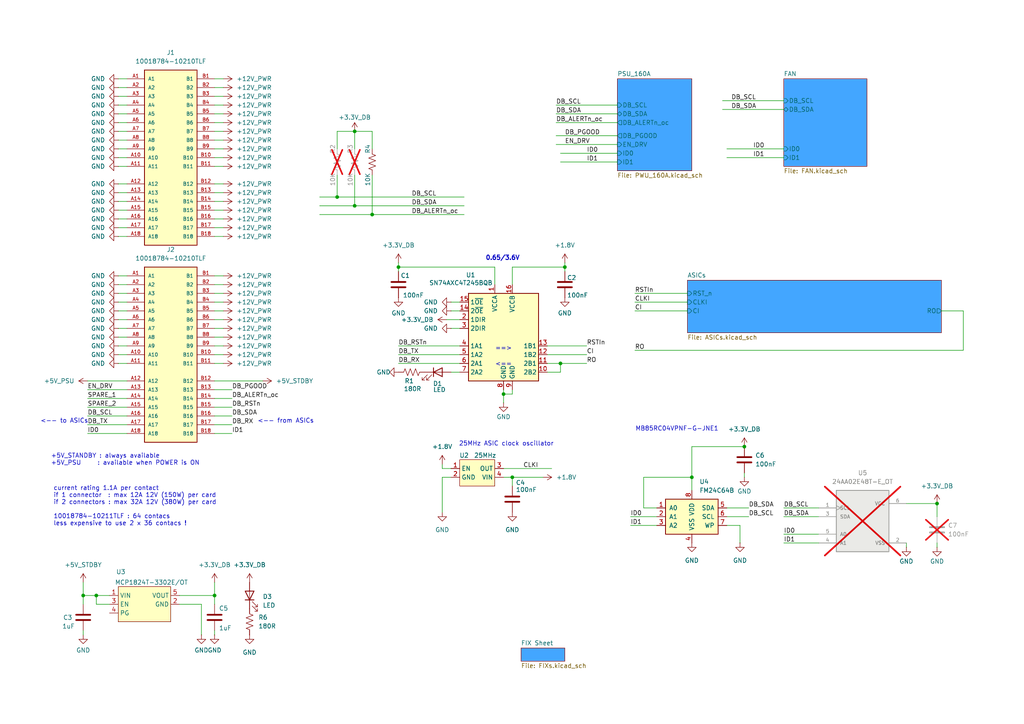
<source format=kicad_sch>
(kicad_sch (version 20231120) (generator "eeschema") (generator_version "8.0")
  (paper "A4")
  (lib_symbols
    (symbol "10018784-10210TLF:10018784-10210TLF" (pin_names (offset 1.016))
      (property "Reference" "J" (at -7.6109 26.1679 0))
      (property "Value" "10018784-10210TLF" (at -7.6106 -28.0246 0))
      (symbol "10018784-10210TLF_0_0"
        (rectangle (start -7.62 -25.4) (end 7.62 25.4) (stroke (width 0.254)) (fill (type background)))
        (pin passive line (at -12.7 22.86 0) (length 5.08) (name "A1") (number "A1"))
        (pin passive line (at -12.7 0 0) (length 5.08) (name "A10") (number "A10"))
        (pin passive line (at -12.7 -2.54 0) (length 5.08) (name "A11") (number "A11"))
        (pin passive line (at -12.7 -7.62 0) (length 5.08) (name "A12") (number "A12"))
        (pin passive line (at -12.7 -10.16 0) (length 5.08) (name "A13") (number "A13"))
        (pin passive line (at -12.7 -12.7 0) (length 5.08) (name "A14") (number "A14"))
        (pin passive line (at -12.7 -15.24 0) (length 5.08) (name "A15") (number "A15"))
        (pin passive line (at -12.7 -17.78 0) (length 5.08) (name "A16") (number "A16"))
        (pin passive line (at -12.7 -20.32 0) (length 5.08) (name "A17") (number "A17"))
        (pin passive line (at -12.7 -22.86 0) (length 5.08) (name "A18") (number "A18"))
        (pin passive line (at -12.7 20.32 0) (length 5.08) (name "A2") (number "A2"))
        (pin passive line (at -12.7 17.78 0) (length 5.08) (name "A3") (number "A3"))
        (pin passive line (at -12.7 15.24 0) (length 5.08) (name "A4") (number "A4"))
        (pin passive line (at -12.7 12.7 0) (length 5.08) (name "A5") (number "A5"))
        (pin passive line (at -12.7 10.16 0) (length 5.08) (name "A6") (number "A6"))
        (pin passive line (at -12.7 7.62 0) (length 5.08) (name "A7") (number "A7"))
        (pin passive line (at -12.7 5.08 0) (length 5.08) (name "A8") (number "A8"))
        (pin passive line (at -12.7 2.54 0) (length 5.08) (name "A9") (number "A9"))
        (pin passive line (at 12.7 22.86 180) (length 5.08) (name "B1") (number "B1"))
        (pin passive line (at 12.7 0 180) (length 5.08) (name "B10") (number "B10"))
        (pin passive line (at 12.7 -2.54 180) (length 5.08) (name "B11") (number "B11"))
        (pin passive line (at 12.7 -7.62 180) (length 5.08) (name "B12") (number "B12"))
        (pin passive line (at 12.7 -10.16 180) (length 5.08) (name "B13") (number "B13"))
        (pin passive line (at 12.7 -12.7 180) (length 5.08) (name "B14") (number "B14"))
        (pin passive line (at 12.7 -15.24 180) (length 5.08) (name "B15") (number "B15"))
        (pin passive line (at 12.7 -17.78 180) (length 5.08) (name "B16") (number "B16"))
        (pin passive line (at 12.7 -20.32 180) (length 5.08) (name "B17") (number "B17"))
        (pin passive line (at 12.7 -22.86 180) (length 5.08) (name "B18") (number "B18"))
        (pin passive line (at 12.7 20.32 180) (length 5.08) (name "B2") (number "B2"))
        (pin passive line (at 12.7 17.78 180) (length 5.08) (name "B3") (number "B3"))
        (pin passive line (at 12.7 15.24 180) (length 5.08) (name "B4") (number "B4"))
        (pin passive line (at 12.7 12.7 180) (length 5.08) (name "B5") (number "B5"))
        (pin passive line (at 12.7 10.16 180) (length 5.08) (name "B6") (number "B6"))
        (pin passive line (at 12.7 7.62 180) (length 5.08) (name "B7") (number "B7"))
        (pin passive line (at 12.7 5.08 180) (length 5.08) (name "B8") (number "B8"))
        (pin passive line (at 12.7 2.54 180) (length 5.08) (name "B9") (number "B9"))
      )
    )
    (symbol "24AA025E48T-E_OT_1" (pin_names (offset 1.016))
      (property "Reference" "U" (at -7.62 10.668 0))
      (property "Value" "24AA025E48T-E_OT" (at -7.62 -10.16 0))
      (symbol "24AA025E48T-E_OT_1_0_0"
        (rectangle (start -7.62 -7.62) (end 7.62 10.16) (stroke (width 0.254)) (fill (type background)))
        (pin input clock (at -12.7 5.08 0) (length 5.08) (name "SCL") (number "1"))
        (pin bidirectional line (at -12.7 2.54 0) (length 5.08) (name "SDA") (number "3"))
        (pin input line (at -12.7 -5.08 0) (length 5.08) (name "A1") (number "4"))
        (pin input line (at -12.7 -2.54 0) (length 5.08) (name "A0") (number "5"))
        (pin power_in line (at 12.7 6.35 180) (length 5.08) (name "VCC") (number "6"))
      )
      (symbol "24AA025E48T-E_OT_1_1_0"
        (pin power_out line (at 12.7 -5.08 180) (length 5.08) (name "VSS") (number "2"))
      )
    )
    (symbol "Device:C" (pin_numbers hide) (pin_names (offset 0.254))
      (property "Reference" "C" (at 0.635 2.54 0))
      (property "Value" "C" (at 0.635 -2.54 0))
      (symbol "C_0_1"
        (polyline (pts (xy -2.032 -0.762) (xy 2.032 -0.762)) (stroke (width 0.508)))
        (polyline (pts (xy -2.032 0.762) (xy 2.032 0.762)) (stroke (width 0.508)))
      )
      (symbol "C_1_1"
        (pin passive line (at 0 3.81 270) (length 2.794) (name "~") (number "1"))
        (pin passive line (at 0 -3.81 90) (length 2.794) (name "~") (number "2"))
      )
    )
    (symbol "Device:LED" (pin_numbers hide) (pin_names (offset 1.016) hide)
      (property "Reference" "D" (at 0 2.54 0))
      (property "Value" "LED" (at 0 -2.54 0))
      (symbol "LED_0_1"
        (polyline (pts (xy -1.27 -1.27) (xy -1.27 1.27)) (stroke (width 0.254)))
        (polyline (pts (xy -1.27 0) (xy 1.27 0)))
        (polyline (pts (xy 1.27 -1.27) (xy 1.27 1.27) (xy -1.27 0) (xy 1.27 -1.27)) (stroke (width 0.254)))
        (polyline (pts (xy -3.048 -0.762) (xy -4.572 -2.286) (xy -3.81 -2.286) (xy -4.572 -2.286) (xy -4.572 -1.524)))
        (polyline (pts (xy -1.778 -0.762) (xy -3.302 -2.286) (xy -2.54 -2.286) (xy -3.302 -2.286) (xy -3.302 -1.524)))
      )
      (symbol "LED_1_1"
        (pin passive line (at -3.81 0 0) (length 2.54) (name "K") (number "1"))
        (pin passive line (at 3.81 0 180) (length 2.54) (name "A") (number "2"))
      )
    )
    (symbol "Device:R_US" (pin_numbers hide) (pin_names (offset 0))
      (property "Reference" "R" (at 2.54 0 90))
      (property "Value" "R_US" (at -2.54 0 90))
      (symbol "R_US_0_1"
        (polyline (pts (xy 0 -2.286) (xy 0 -2.54)))
        (polyline (pts (xy 0 2.286) (xy 0 2.54)))
        (polyline (pts (xy 0 -0.762) (xy 1.016 -1.143) (xy 0 -1.524) (xy -1.016 -1.905) (xy 0 -2.286)))
        (polyline (pts (xy 0 0.762) (xy 1.016 0.381) (xy 0 0) (xy -1.016 -0.381) (xy 0 -0.762)))
        (polyline (pts (xy 0 2.286) (xy 1.016 1.905) (xy 0 1.524) (xy -1.016 1.143) (xy 0 0.762)))
      )
      (symbol "R_US_1_1"
        (pin passive line (at 0 3.81 270) (length 1.27) (name "~") (number "1"))
        (pin passive line (at 0 -3.81 90) (length 1.27) (name "~") (number "2"))
      )
    )
    (symbol "EKO_Miner_ASIClib:SN74AXC4T245BQB"
      (property "Reference" "U" (at 6.604 16.002 0))
      (property "Value" "SN74AXC4T245BQB" (at 14.986 13.97 0))
      (symbol "SN74AXC4T245BQB_0_1"
        (rectangle (start -10.16 12.7) (end 10.16 -12.7) (stroke (width 0.254)) (fill (type background)))
      )
      (symbol "SN74AXC4T245BQB_1_1"
        (pin power_in line (at -2.54 15.24 270) (length 2.54) (name "VCCA") (number "1"))
        (pin bidirectional line (at 12.7 -10.16 180) (length 2.54) (name "2B2") (number "10"))
        (pin bidirectional line (at 12.7 -7.62 180) (length 2.54) (name "2B1") (number "11"))
        (pin bidirectional line (at 12.7 -5.08 180) (length 2.54) (name "1B2") (number "12"))
        (pin bidirectional line (at 12.7 -2.54 180) (length 2.54) (name "1B1") (number "13"))
        (pin input line (at -12.7 7.62 0) (length 2.54) (name "2~{OE}") (number "14"))
        (pin input line (at -12.7 10.16 0) (length 2.54) (name "1~{OE}") (number "15"))
        (pin power_in line (at 2.54 15.24 270) (length 2.54) (name "VCCB") (number "16"))
        (pin input line (at -12.7 5.08 0) (length 2.54) (name "1DIR") (number "2"))
        (pin input line (at -12.7 2.54 0) (length 2.54) (name "2DIR") (number "3"))
        (pin bidirectional line (at -12.7 -2.54 0) (length 2.54) (name "1A1") (number "4"))
        (pin bidirectional line (at -12.7 -5.08 0) (length 2.54) (name "1A2") (number "5"))
        (pin bidirectional line (at -12.7 -7.62 0) (length 2.54) (name "2A1") (number "6"))
        (pin bidirectional line (at -12.7 -10.16 0) (length 2.54) (name "2A2") (number "7"))
        (pin power_in line (at 0 -15.24 90) (length 2.54) (name "GND") (number "8"))
        (pin power_in line (at 2.54 -15.24 90) (length 2.54) (name "GND") (number "9"))
      )
    )
    (symbol "MCP1824_1"
      (property "Reference" "U" (at -7.62 5.08 0))
      (property "Value" "MCP1824_1" (at 5.08 5.08 0))
      (symbol "MCP1824_1_0_1"
        (rectangle (start -7.62 3.81) (end 7.62 -6.35) (stroke (width 0.1524)) (fill (type background)))
      )
      (symbol "MCP1824_1_1_0"
        (pin bidirectional line (at -10.16 1.27 0) (length 2.54) (name "VIN") (number "1"))
        (pin bidirectional line (at 10.16 -1.27 180) (length 2.54) (name "GND") (number "2"))
        (pin bidirectional line (at -10.16 -1.27 0) (length 2.54) (name "EN") (number "3"))
        (pin bidirectional line (at -10.16 -3.81 0) (length 2.54) (name "PG") (number "4"))
        (pin bidirectional line (at 10.16 1.27 180) (length 2.54) (name "VOUT") (number "5"))
      )
    )
    (symbol "Memory_NVRAM:FM24C64B" (pin_names (offset 1.016))
      (property "Reference" "U" (at -5.08 8.89 0))
      (property "Value" "FM24C64B" (at 6.35 -8.89 0))
      (symbol "FM24C64B_0_1"
        (rectangle (start -7.62 5.08) (end 7.62 -5.08) (stroke (width 0.254)) (fill (type background)))
      )
      (symbol "FM24C64B_1_1"
        (pin input line (at -10.16 2.54 0) (length 2.54) (name "A0") (number "1"))
        (pin input line (at -10.16 0 0) (length 2.54) (name "A1") (number "2"))
        (pin input line (at -10.16 -2.54 0) (length 2.54) (name "A2") (number "3"))
        (pin power_in line (at 0 -7.62 90) (length 2.54) (name "VSS") (number "4"))
        (pin bidirectional line (at 10.16 2.54 180) (length 2.54) (name "SDA") (number "5"))
        (pin input line (at 10.16 0 180) (length 2.54) (name "SCL") (number "6"))
        (pin input line (at 10.16 -2.54 180) (length 2.54) (name "WP") (number "7"))
        (pin power_in line (at 0 7.62 270) (length 2.54) (name "VDD") (number "8"))
      )
    )
    (symbol "bitaxe:oscillator"
      (property "Reference" "U" (at -3.81 5.08 0))
      (property "Value" "oscillator" (at 0 -5.08 0))
      (symbol "oscillator_0_1"
        (rectangle (start -5.08 3.81) (end 5.08 -3.81) (stroke (width 0.1524)) (fill (type background)))
      )
      (symbol "oscillator_1_0"
        (pin bidirectional line (at -7.62 1.27 0) (length 2.54) (name "EN") (number "1"))
        (pin bidirectional line (at -7.62 -1.27 0) (length 2.54) (name "GND") (number "2"))
        (pin bidirectional line (at 7.62 1.27 180) (length 2.54) (name "OUT") (number "3"))
        (pin bidirectional line (at 7.62 -1.27 180) (length 2.54) (name "VIN") (number "4"))
      )
    )
    (symbol "power:+3.3V" (power) (pin_names (offset 0))
      (property "Value" "+3.3V" (at 0 3.556 0))
      (symbol "+3.3V_0_1"
        (polyline (pts (xy -0.762 1.27) (xy 0 2.54)))
        (polyline (pts (xy 0 0) (xy 0 2.54)))
        (polyline (pts (xy 0 2.54) (xy 0.762 1.27)))
      )
      (symbol "+3.3V_1_1"
        (pin power_in line (at 0 0 90) (length 0) hide (name "+3.3V") (number "1"))
      )
    )
    (symbol "power:GND" (power) (pin_numbers hide) (pin_names (offset 0) hide)
      (property "Value" "GND" (at 0 -3.81 0))
      (symbol "GND_0_1"
        (polyline (pts (xy 0 0) (xy 0 -1.27) (xy 1.27 -1.27) (xy 0 -2.54) (xy -1.27 -1.27) (xy 0 -1.27)))
      )
      (symbol "GND_1_1"
        (pin power_in line (at 0 0 270) (length 0) (name "~") (number "1"))
      )
    )
    (symbol "power:VDD" (power) (pin_numbers hide) (pin_names (offset 0) hide)
      (property "Value" "VDD" (at 0 3.556 0))
      (symbol "VDD_0_1"
        (polyline (pts (xy -0.762 1.27) (xy 0 2.54)))
        (polyline (pts (xy 0 0) (xy 0 2.54)))
        (polyline (pts (xy 0 2.54) (xy 0.762 1.27)))
      )
      (symbol "VDD_1_1"
        (pin power_in line (at 0 0 90) (length 0) (name "~") (number "1"))
      )
    )
  )
  (junction (at 97.79 57.15))
  (junction (at 102.87 38.1))
  (junction (at 200.66 138.43))
  (junction (at 271.78 146.05))
  (junction (at 215.9 129.54))
  (junction (at 146.05 114.3))
  (junction (at 115.57 77.47))
  (junction (at 107.95 62.23))
  (junction (at 24.13 172.72))
  (junction (at 62.23 172.72))
  (junction (at 102.87 59.69))
  (junction (at 148.59 138.43))
  (junction (at 163.83 77.47))
  (junction (at 162.56 105.41))
  (junction (at 27.94 172.72))
  (wire (pts (xy 92.71 57.15) (xy 97.79 57.15)))
  (wire (pts (xy 133.35 92.71) (xy 129.54 92.71)))
  (wire (pts (xy 115.57 102.87) (xy 133.35 102.87)))
  (wire (pts (xy 24.13 172.72) (xy 24.13 175.26)))
  (wire (pts (xy 62.23 33.02) (xy 64.77 33.02)))
  (wire (pts (xy 158.75 100.33) (xy 170.18 100.33)))
  (wire (pts (xy 107.95 62.23) (xy 134.62 62.23)))
  (wire (pts (xy 25.4 115.57) (xy 36.83 115.57)))
  (wire (pts (xy 107.95 50.8) (xy 107.95 62.23)))
  (wire (pts (xy 62.23 43.18) (xy 64.77 43.18)))
  (wire (pts (xy 25.4 110.49) (xy 36.83 110.49)))
  (wire (pts (xy 25.4 120.65) (xy 36.83 120.65)))
  (wire (pts (xy 24.13 168.91) (xy 24.13 172.72)))
  (wire (pts (xy 148.59 138.43) (xy 148.59 140.97)))
  (wire (pts (xy 34.29 102.87) (xy 36.83 102.87)))
  (wire (pts (xy 25.4 123.19) (xy 36.83 123.19)))
  (wire (pts (xy 64.77 92.71) (xy 62.23 92.71)))
  (wire (pts (xy 182.88 149.86) (xy 190.5 149.86)))
  (wire (pts (xy 158.75 105.41) (xy 162.56 105.41)))
  (wire (pts (xy 62.23 60.96) (xy 64.77 60.96)))
  (wire (pts (xy 34.29 33.02) (xy 36.83 33.02)))
  (wire (pts (xy 209.55 29.21) (xy 227.33 29.21)))
  (wire (pts (xy 146.05 114.3) (xy 148.59 114.3)))
  (wire (pts (xy 34.29 100.33) (xy 36.83 100.33)))
  (wire (pts (xy 200.66 142.24) (xy 200.66 138.43)))
  (wire (pts (xy 34.29 60.96) (xy 36.83 60.96)))
  (wire (pts (xy 279.4 101.6) (xy 279.4 90.17)))
  (wire (pts (xy 24.13 172.72) (xy 27.94 172.72)))
  (wire (pts (xy 34.29 87.63) (xy 36.83 87.63)))
  (wire (pts (xy 179.07 46.99) (xy 162.56 46.99)))
  (wire (pts (xy 210.82 149.86) (xy 217.17 149.86)))
  (wire (pts (xy 64.77 87.63) (xy 62.23 87.63)))
  (wire (pts (xy 34.29 53.34) (xy 36.83 53.34)))
  (wire (pts (xy 128.27 138.43) (xy 128.27 148.59)))
  (wire (pts (xy 27.94 172.72) (xy 31.75 172.72)))
  (wire (pts (xy 62.23 184.15) (xy 62.23 182.88)))
  (wire (pts (xy 34.29 45.72) (xy 36.83 45.72)))
  (wire (pts (xy 64.77 22.86) (xy 62.23 22.86)))
  (wire (pts (xy 34.29 55.88) (xy 36.83 55.88)))
  (wire (pts (xy 34.29 22.86) (xy 36.83 22.86)))
  (wire (pts (xy 115.57 78.74) (xy 115.57 77.47)))
  (wire (pts (xy 227.33 147.32) (xy 237.49 147.32)))
  (wire (pts (xy 34.29 40.64) (xy 36.83 40.64)))
  (wire (pts (xy 158.75 102.87) (xy 170.18 102.87)))
  (wire (pts (xy 128.27 135.89) (xy 128.27 134.62)))
  (wire (pts (xy 58.42 184.15) (xy 58.42 175.26)))
  (wire (pts (xy 115.57 105.41) (xy 133.35 105.41)))
  (wire (pts (xy 97.79 38.1) (xy 102.87 38.1)))
  (wire (pts (xy 148.59 77.47) (xy 148.59 82.55)))
  (wire (pts (xy 163.83 78.74) (xy 163.83 77.47)))
  (wire (pts (xy 34.29 90.17) (xy 36.83 90.17)))
  (wire (pts (xy 162.56 107.95) (xy 158.75 107.95)))
  (wire (pts (xy 34.29 38.1) (xy 36.83 38.1)))
  (wire (pts (xy 146.05 114.3) (xy 146.05 116.84)))
  (wire (pts (xy 34.29 35.56) (xy 36.83 35.56)))
  (wire (pts (xy 62.23 110.49) (xy 76.2 110.49)))
  (wire (pts (xy 227.33 154.94) (xy 237.49 154.94)))
  (wire (pts (xy 64.77 63.5) (xy 62.23 63.5)))
  (wire (pts (xy 62.23 125.73) (xy 67.31 125.73)))
  (wire (pts (xy 64.77 30.48) (xy 62.23 30.48)))
  (wire (pts (xy 179.07 44.45) (xy 162.56 44.45)))
  (wire (pts (xy 64.77 45.72) (xy 62.23 45.72)))
  (wire (pts (xy 34.29 80.01) (xy 36.83 80.01)))
  (wire (pts (xy 146.05 135.89) (xy 160.02 135.89)))
  (wire (pts (xy 184.15 85.09) (xy 199.39 85.09)))
  (wire (pts (xy 262.89 158.75) (xy 262.89 157.48)))
  (wire (pts (xy 200.66 138.43) (xy 200.66 129.54)))
  (wire (pts (xy 227.33 43.18) (xy 210.82 43.18)))
  (wire (pts (xy 34.29 27.94) (xy 36.83 27.94)))
  (wire (pts (xy 102.87 50.8) (xy 102.87 59.69)))
  (wire (pts (xy 128.27 138.43) (xy 130.81 138.43)))
  (wire (pts (xy 161.29 30.48) (xy 179.07 30.48)))
  (wire (pts (xy 227.33 45.72) (xy 210.82 45.72)))
  (wire (pts (xy 62.23 25.4) (xy 64.77 25.4)))
  (wire (pts (xy 115.57 100.33) (xy 133.35 100.33)))
  (wire (pts (xy 102.87 38.1) (xy 102.87 43.18)))
  (wire (pts (xy 34.29 97.79) (xy 36.83 97.79)))
  (wire (pts (xy 186.69 138.43) (xy 200.66 138.43)))
  (wire (pts (xy 64.77 58.42) (xy 62.23 58.42)))
  (wire (pts (xy 130.81 107.95) (xy 133.35 107.95)))
  (wire (pts (xy 34.29 85.09) (xy 36.83 85.09)))
  (wire (pts (xy 62.23 90.17) (xy 64.77 90.17)))
  (wire (pts (xy 62.23 120.65) (xy 67.31 120.65)))
  (wire (pts (xy 184.15 101.6) (xy 279.4 101.6)))
  (wire (pts (xy 115.57 77.47) (xy 115.57 76.2)))
  (wire (pts (xy 133.35 90.17) (xy 130.81 90.17)))
  (wire (pts (xy 64.77 97.79) (xy 62.23 97.79)))
  (wire (pts (xy 27.94 172.72) (xy 27.94 175.26)))
  (wire (pts (xy 62.23 172.72) (xy 62.23 175.26)))
  (wire (pts (xy 214.63 152.4) (xy 214.63 157.48)))
  (wire (pts (xy 64.77 40.64) (xy 62.23 40.64)))
  (wire (pts (xy 184.15 87.63) (xy 199.39 87.63)))
  (wire (pts (xy 210.82 152.4) (xy 214.63 152.4)))
  (wire (pts (xy 133.35 95.25) (xy 130.81 95.25)))
  (wire (pts (xy 102.87 59.69) (xy 134.62 59.69)))
  (wire (pts (xy 62.23 66.04) (xy 64.77 66.04)))
  (wire (pts (xy 62.23 115.57) (xy 67.31 115.57)))
  (wire (pts (xy 146.05 113.03) (xy 146.05 114.3)))
  (wire (pts (xy 34.29 82.55) (xy 36.83 82.55)))
  (wire (pts (xy 162.56 105.41) (xy 162.56 107.95)))
  (wire (pts (xy 227.33 157.48) (xy 237.49 157.48)))
  (wire (pts (xy 62.23 95.25) (xy 64.77 95.25)))
  (wire (pts (xy 184.15 90.17) (xy 199.39 90.17)))
  (wire (pts (xy 34.29 43.18) (xy 36.83 43.18)))
  (wire (pts (xy 62.23 105.41) (xy 64.77 105.41)))
  (wire (pts (xy 97.79 43.18) (xy 97.79 38.1)))
  (wire (pts (xy 97.79 57.15) (xy 134.62 57.15)))
  (wire (pts (xy 64.77 53.34) (xy 62.23 53.34)))
  (wire (pts (xy 161.29 35.56) (xy 179.07 35.56)))
  (wire (pts (xy 34.29 95.25) (xy 36.83 95.25)))
  (wire (pts (xy 64.77 35.56) (xy 62.23 35.56)))
  (wire (pts (xy 279.4 90.17) (xy 273.05 90.17)))
  (wire (pts (xy 34.29 58.42) (xy 36.83 58.42)))
  (wire (pts (xy 271.78 149.86) (xy 271.78 146.05)))
  (wire (pts (xy 34.29 66.04) (xy 36.83 66.04)))
  (wire (pts (xy 115.57 77.47) (xy 143.51 77.47)))
  (wire (pts (xy 58.42 175.26) (xy 52.07 175.26)))
  (wire (pts (xy 62.23 118.11) (xy 67.31 118.11)))
  (wire (pts (xy 62.23 113.03) (xy 67.31 113.03)))
  (wire (pts (xy 161.29 33.02) (xy 179.07 33.02)))
  (wire (pts (xy 64.77 68.58) (xy 62.23 68.58)))
  (wire (pts (xy 62.23 168.91) (xy 62.23 172.72)))
  (wire (pts (xy 34.29 48.26) (xy 36.83 48.26)))
  (wire (pts (xy 163.83 77.47) (xy 163.83 76.2)))
  (wire (pts (xy 148.59 138.43) (xy 157.48 138.43)))
  (wire (pts (xy 148.59 113.03) (xy 148.59 114.3)))
  (wire (pts (xy 162.56 105.41) (xy 170.18 105.41)))
  (wire (pts (xy 143.51 82.55) (xy 143.51 77.47)))
  (wire (pts (xy 62.23 100.33) (xy 64.77 100.33)))
  (wire (pts (xy 34.29 63.5) (xy 36.83 63.5)))
  (wire (pts (xy 128.27 135.89) (xy 130.81 135.89)))
  (wire (pts (xy 25.4 118.11) (xy 36.83 118.11)))
  (wire (pts (xy 186.69 147.32) (xy 186.69 138.43)))
  (wire (pts (xy 148.59 77.47) (xy 163.83 77.47)))
  (wire (pts (xy 34.29 68.58) (xy 36.83 68.58)))
  (wire (pts (xy 25.4 125.73) (xy 36.83 125.73)))
  (wire (pts (xy 62.23 38.1) (xy 64.77 38.1)))
  (wire (pts (xy 227.33 149.86) (xy 237.49 149.86)))
  (wire (pts (xy 161.29 39.37) (xy 179.07 39.37)))
  (wire (pts (xy 34.29 92.71) (xy 36.83 92.71)))
  (wire (pts (xy 62.23 48.26) (xy 64.77 48.26)))
  (wire (pts (xy 97.79 50.8) (xy 97.79 57.15)))
  (wire (pts (xy 34.29 25.4) (xy 36.83 25.4)))
  (wire (pts (xy 200.66 129.54) (xy 215.9 129.54)))
  (wire (pts (xy 25.4 113.03) (xy 36.83 113.03)))
  (wire (pts (xy 27.94 175.26) (xy 31.75 175.26)))
  (wire (pts (xy 62.23 82.55) (xy 64.77 82.55)))
  (wire (pts (xy 64.77 27.94) (xy 62.23 27.94)))
  (wire (pts (xy 62.23 55.88) (xy 64.77 55.88)))
  (wire (pts (xy 271.78 157.48) (xy 271.78 158.75)))
  (wire (pts (xy 34.29 105.41) (xy 36.83 105.41)))
  (wire (pts (xy 182.88 152.4) (xy 190.5 152.4)))
  (wire (pts (xy 262.89 146.05) (xy 271.78 146.05)))
  (wire (pts (xy 209.55 31.75) (xy 227.33 31.75)))
  (wire (pts (xy 210.82 147.32) (xy 217.17 147.32)))
  (wire (pts (xy 146.05 138.43) (xy 148.59 138.43)))
  (wire (pts (xy 190.5 147.32) (xy 186.69 147.32)))
  (wire (pts (xy 92.71 62.23) (xy 107.95 62.23)))
  (wire (pts (xy 62.23 123.19) (xy 67.31 123.19)))
  (wire (pts (xy 64.77 85.09) (xy 62.23 85.09)))
  (wire (pts (xy 92.71 59.69) (xy 102.87 59.69)))
  (wire (pts (xy 161.29 41.91) (xy 179.07 41.91)))
  (wire (pts (xy 34.29 30.48) (xy 36.83 30.48)))
  (wire (pts (xy 107.95 38.1) (xy 107.95 43.18)))
  (wire (pts (xy 215.9 137.16) (xy 215.9 138.43)))
  (wire (pts (xy 64.77 80.01) (xy 62.23 80.01)))
  (wire (pts (xy 64.77 102.87) (xy 62.23 102.87)))
  (wire (pts (xy 52.07 172.72) (xy 62.23 172.72)))
  (wire (pts (xy 24.13 184.15) (xy 24.13 182.88)))
  (wire (pts (xy 130.81 87.63) (xy 133.35 87.63)))
  (wire (pts (xy 102.87 38.1) (xy 107.95 38.1)))
  (text "<-- from ASICs" (at 74.676 122.174 0) (effects (font (size 1.27 1.27)) (justify left)))
  (text "==>" (at 146.05 101.092 0) (effects (font (size 1.27 1.27))))
  (text "0.65/3.6V" (at 145.796 74.93 0) (effects (font (size 1.27 1.27) (bold yes))))
  (text "MB85RC04VPNF-G-JNE1" (at 196.342 124.46 0) (effects (font (size 1.27 1.27))))
  (text "<==" (at 146.05 105.664 0) (effects (font (size 1.27 1.27))))
  (text "<-- to ASICs" (at 11.684 122.174 0) (effects (font (size 1.27 1.27)) (justify left)))
  (text "25MHz ASIC clock oscillator" (at 133.096 129.54 0) (effects (font (size 1.27 1.27)) (justify left bottom)))
  (text "current rating 1.1A per contact\nif 1 connector  : max 12A 12V (150W) per card\nif 2 connectors : max 32A 12V (380W) per card\n\n10018784-10211TLF : 64 contacs\nless expensive to use 2 x 36 contacs !" (at 15.494 146.812 0) (effects (font (size 1.27 1.27)) (justify left)))
  (text "+5V_STANDBY : always available\n+5V_PSU     : available when POWER is ON" (at 14.732 133.35 0) (effects (font (size 1.27 1.27)) (justify left)))
  (label "DB_PGOOD" (at 67.31 113.03 0))
  (label "DB_RX" (at 115.57 105.41 0))
  (label "ID0" (at 182.88 149.86 0))
  (label "EN_DRV" (at 25.4 113.03 0))
  (label "SPARE_1" (at 25.4 115.57 0))
  (label "SPARE_2" (at 25.4 118.11 0))
  (label "DB_SDA" (at 67.31 120.65 0))
  (label "CLKI" (at 184.15 87.63 0))
  (label "DB_SCL" (at 212.09 29.21 0))
  (label "RSTIn" (at 184.15 85.09 0))
  (label "DB_RSTn" (at 115.57 100.33 0))
  (label "DB_ALERTn_oc" (at 161.29 35.56 0))
  (label "CI" (at 184.15 90.17 0))
  (label "DB_SDA" (at 217.17 147.32 0))
  (label "DB_ALERTn_oc" (at 67.31 115.57 0))
  (label "DB_ALERTn_oc" (at 119.38 62.23 0))
  (label "CLKI" (at 151.765 135.89 0))
  (label "ID1" (at 170.18 46.99 0))
  (label "RO" (at 170.18 105.41 0))
  (label "DB_SCL" (at 25.4 120.65 0))
  (label "DB_SDA" (at 161.29 33.02 0))
  (label "ID1" (at 227.33 157.48 0))
  (label "ID1" (at 218.44 45.72 0))
  (label "DB_TX" (at 115.57 102.87 0))
  (label "DB_SCL" (at 119.38 57.15 0))
  (label "RSTIn" (at 170.18 100.33 0))
  (label "ID1" (at 67.31 125.73 0))
  (label "DB_RSTn" (at 67.31 118.11 0))
  (label "ID0" (at 25.4 125.73 0))
  (label "ID0" (at 218.44 43.18 0))
  (label "RO" (at 184.15 101.6 0))
  (label "DB_SDA" (at 119.38 59.69 0))
  (label "DB_PGOOD" (at 163.83 39.37 0))
  (label "CI" (at 170.18 102.87 0))
  (label "DB_SDA" (at 227.33 149.86 0))
  (label "ID1" (at 182.88 152.4 0))
  (label "ID0" (at 227.33 154.94 0))
  (label "DB_RX" (at 67.31 123.19 0))
  (label "EN_DRV" (at 163.83 41.91 0))
  (label "DB_SCL" (at 217.17 149.86 0))
  (label "ID0" (at 170.18 44.45 0))
  (label "DB_TX" (at 25.4 123.19 0))
  (label "DB_SDA" (at 212.09 31.75 0))
  (label "DB_SCL" (at 227.33 147.32 0))
  (label "DB_SCL" (at 161.29 30.48 0))
  (symbol (lib_id "power:GND") (at 58.42 184.15 0) (mirror y) (unit 1)
    (property "Reference" "#PWR079" (effects (hide yes)))
    (property "Value" "GND" (at 58.42 188.595 0))
  )
  (symbol (lib_id "power:+3.3V") (at 102.87 38.1 0) (unit 1)
    (property "Reference" "#PWR071" (effects (hide yes)))
    (property "Value" "+3.3V_DB" (at 102.87 34.036 0))
  )
  (symbol (lib_id "power:+3.3V") (at 64.77 22.86 270) (unit 1)
    (property "Reference" "#PWR039" (effects (hide yes)))
    (property "Value" "+12V_PWR" (at 68.58 22.8599 90) (effects (justify left)))
  )
  (symbol (lib_id "power:GND") (at 128.27 148.59 0) (unit 1)
    (property "Reference" "#PWR073" (effects (hide yes)))
    (property "Value" "GND" (at 128.27 153.67 0))
    (property "Description" "Power symbol creates a global label with name \"GND\" , ground" (effects (hide yes)))
  )
  (symbol (lib_id "power:GND") (at 24.13 184.15 0) (mirror y) (unit 1)
    (property "Reference" "#PWR075" (effects (hide yes)))
    (property "Value" "GND" (at 24.13 188.595 0))
  )
  (symbol (lib_id "power:GND") (at 34.29 48.26 270) (unit 1)
    (property "Reference" "#PWR015" (effects (hide yes)))
    (property "Value" "GND" (at 30.48 48.2599 90) (effects (justify right)))
    (property "Description" "Power symbol creates a global label with name \"GND\" , ground" (effects (hide yes)))
  )
  (symbol (lib_id "power:+3.3V") (at 64.77 27.94 270) (unit 1)
    (property "Reference" "#PWR041" (effects (hide yes)))
    (property "Value" "+12V_PWR" (at 68.58 27.9399 90) (effects (justify left)))
  )
  (symbol (lib_id "power:GND") (at 34.29 27.94 270) (unit 1)
    (property "Reference" "#PWR07" (effects (hide yes)))
    (property "Value" "GND" (at 30.48 27.9399 90) (effects (justify right)))
    (property "Description" "Power symbol creates a global label with name \"GND\" , ground" (effects (hide yes)))
  )
  (symbol (lib_id "power:GND") (at 34.29 25.4 270) (unit 1)
    (property "Reference" "#PWR06" (effects (hide yes)))
    (property "Value" "GND" (at 30.48 25.3999 90) (effects (justify right)))
    (property "Description" "Power symbol creates a global label with name \"GND\" , ground" (effects (hide yes)))
  )
  (symbol (lib_id "power:+3.3V") (at 64.77 60.96 270) (unit 1)
    (property "Reference" "#PWR053" (effects (hide yes)))
    (property "Value" "+12V_PWR" (at 68.58 60.9599 90) (effects (justify left)))
  )
  (symbol (lib_id "power:GND") (at 34.29 63.5 270) (unit 1)
    (property "Reference" "#PWR020" (effects (hide yes)))
    (property "Value" "GND" (at 30.48 63.4999 90) (effects (justify right)))
    (property "Description" "Power symbol creates a global label with name \"GND\" , ground" (effects (hide yes)))
  )
  (symbol (lib_id "power:+3.3V") (at 64.77 90.17 270) (unit 1)
    (property "Reference" "#PWR061" (effects (hide yes)))
    (property "Value" "+12V_PWR" (at 68.58 90.1699 90) (effects (justify left)))
  )
  (symbol (lib_id "power:GND") (at 34.29 100.33 270) (unit 1)
    (property "Reference" "#PWR031" (effects (hide yes)))
    (property "Value" "GND" (at 30.48 100.3299 90) (effects (justify right)))
    (property "Description" "Power symbol creates a global label with name \"GND\" , ground" (effects (hide yes)))
  )
  (symbol (lib_id "power:GND") (at 34.29 33.02 270) (unit 1)
    (property "Reference" "#PWR09" (effects (hide yes)))
    (property "Value" "GND" (at 30.48 33.0199 90) (effects (justify right)))
    (property "Description" "Power symbol creates a global label with name \"GND\" , ground" (effects (hide yes)))
  )
  (symbol (lib_id "power:GND") (at 34.29 58.42 270) (unit 1)
    (property "Reference" "#PWR018" (effects (hide yes)))
    (property "Value" "GND" (at 30.48 58.4199 90) (effects (justify right)))
    (property "Description" "Power symbol creates a global label with name \"GND\" , ground" (effects (hide yes)))
  )
  (symbol (lib_id "power:GND") (at 115.57 86.36 0) (mirror y) (unit 1)
    (property "Reference" "#PWR03" (effects (hide yes)))
    (property "Value" "GND" (at 115.57 90.805 0))
  )
  (symbol (lib_id "power:GND") (at 130.81 95.25 270) (mirror x) (unit 1)
    (property "Reference" "#PWR037" (effects (hide yes)))
    (property "Value" "GND" (at 127 95.2499 90) (effects (justify right)))
  )
  (symbol (lib_id "Device:C") (at 271.78 153.67 0) (unit 1) (dnp yes)
    (property "Reference" "C7" (at 274.955 152.4 0) (effects (justify left)))
    (property "Value" "100nF" (at 274.955 154.94 0) (effects (justify left)))
    (property "Footprint" "Capacitor_SMD:C_0402_1005Metric" (effects (hide yes)))
    (property "DK" "490-6321-1-ND" (effects (hide yes)))
    (property "PARTNO" "GRM155R71A104KA01D" (effects (hide yes)))
  )
  (symbol (lib_id "power:GND") (at 215.9 138.43 0) (unit 1)
    (property "Reference" "#PWR087" (effects (hide yes)))
    (property "Value" "GND" (at 215.9 142.494 0))
    (property "Description" "Power symbol creates a global label with name \"GND\" , ground" (effects (hide yes)))
  )
  (symbol (lib_id "power:+3.3V") (at 64.77 48.26 270) (unit 1)
    (property "Reference" "#PWR049" (effects (hide yes)))
    (property "Value" "+12V_PWR" (at 68.58 48.2599 90) (effects (justify left)))
  )
  (symbol (lib_id "power:VDD") (at 157.48 138.43 270) (unit 1)
    (property "Reference" "#PWR078" (effects (hide yes)))
    (property "Value" "+1.8V" (at 161.29 138.4299 90) (effects (justify left)))
    (property "Description" "Power symbol creates a global label with name \"VDD\"" (effects (hide yes)))
  )
  (symbol (lib_id "power:+3.3V") (at 115.57 76.2 0) (unit 1)
    (property "Reference" "#PWR02" (effects (hide yes)))
    (property "Value" "+3.3V_DB" (at 115.57 71.12 0))
  )
  (symbol (lib_id "bitaxe:oscillator") (at 138.43 137.16 0) (unit 1)
    (property "Reference" "U2" (at 134.62 132.08 0))
    (property "Value" "25MHz" (at 140.716 132.08 0))
    (property "Footprint" "Oscillator:Oscillator_SMD_Abracon_ASE-4Pin_3.2x2.5mm" (effects (hide yes)))
    (property "Datasheet" "https://www.jauch.com/downloadfile/5ef1edcfb8e2f73163c8ce8009ef659d1/jo32-1.8-3.3v.pdf" (effects (hide yes)))
    (property "DK" "1908-O250-JO32-B-1V3-1-T1-LFCT-ND" (effects (hide yes)))
    (property "PARTNO" "O 25,0-JO32-B-1V3-1-T1-LF" (effects (hide yes)))
  )
  (symbol (lib_id "power:GND") (at 34.29 30.48 270) (unit 1)
    (property "Reference" "#PWR08" (effects (hide yes)))
    (property "Value" "GND" (at 30.48 30.4799 90) (effects (justify right)))
    (property "Description" "Power symbol creates a global label with name \"GND\" , ground" (effects (hide yes)))
  )
  (symbol (lib_id "Device:R_US") (at 119.38 107.95 90) (unit 1)
    (property "Reference" "R1" (at 117.348 110.49 90) (effects (justify right)))
    (property "Value" "180R" (at 117.094 112.776 90) (effects (justify right)))
    (property "Footprint" "Resistor_SMD:R_0402_1005Metric" (effects (hide yes)))
  )
  (symbol (lib_id "power:+3.3V") (at 64.77 25.4 270) (unit 1)
    (property "Reference" "#PWR040" (effects (hide yes)))
    (property "Value" "+12V_PWR" (at 68.58 25.3999 90) (effects (justify left)))
  )
  (symbol (lib_id "Device:C") (at 62.23 179.07 0) (unit 1)
    (property "Reference" "C5" (at 63.5 177.165 0) (effects (justify left bottom)))
    (property "Value" "1uF" (at 63.5 182.88 0) (effects (justify left bottom)))
    (property "Footprint" "Capacitor_SMD:C_0402_1005Metric" (effects (hide yes)))
    (property "DK" "587-5514-1-ND" (effects (hide yes)))
    (property "PARTNO" "EMK105BJ105MV-F" (effects (hide yes)))
  )
  (symbol (lib_id "power:+3.3V") (at 215.9 129.54 0) (unit 1)
    (property "Reference" "#PWR086" (effects (hide yes)))
    (property "Value" "+3.3V_DB" (at 215.9 124.46 0))
  )
  (symbol (lib_id "power:+3.3V") (at 64.77 58.42 270) (unit 1)
    (property "Reference" "#PWR052" (effects (hide yes)))
    (property "Value" "+12V_PWR" (at 68.58 58.4199 90) (effects (justify left)))
  )
  (symbol (lib_id "power:GND") (at 271.78 158.75 0) (unit 1)
    (property "Reference" "#PWR091" (effects (hide yes)))
    (property "Value" "GND" (at 271.78 162.814 0))
    (property "Description" "Power symbol creates a global label with name \"GND\" , ground" (effects (hide yes)))
  )
  (symbol (lib_id "power:+3.3V") (at 64.77 85.09 270) (unit 1)
    (property "Reference" "#PWR059" (effects (hide yes)))
    (property "Value" "+12V_PWR" (at 68.58 85.0899 90) (effects (justify left)))
  )
  (symbol (lib_id "power:+3.3V") (at 64.77 33.02 270) (unit 1)
    (property "Reference" "#PWR043" (effects (hide yes)))
    (property "Value" "+12V_PWR" (at 68.58 33.0199 90) (effects (justify left)))
  )
  (symbol (lib_id "Device:R_US") (at 107.95 46.99 180) (unit 1)
    (property "Reference" "R4" (at 106.68 43.18 90))
    (property "Value" "10K" (at 106.68 52.07 90))
    (property "Footprint" "Resistor_SMD:R_0402_1005Metric" (effects (hide yes)))
  )
  (symbol (lib_id "power:GND") (at 72.39 184.15 0) (unit 1)
    (property "Reference" "#PWR083" (effects (hide yes)))
    (property "Value" "GND" (at 72.39 189.23 0))
    (property "Description" "Power symbol creates a global label with name \"GND\" , ground" (effects (hide yes)))
  )
  (symbol (lib_id "power:+3.3V") (at 64.77 87.63 270) (unit 1)
    (property "Reference" "#PWR060" (effects (hide yes)))
    (property "Value" "+12V_PWR" (at 68.58 87.6299 90) (effects (justify left)))
  )
  (symbol (lib_id "power:+3.3V") (at 64.77 66.04 270) (unit 1)
    (property "Reference" "#PWR055" (effects (hide yes)))
    (property "Value" "+12V_PWR" (at 68.58 66.0399 90) (effects (justify left)))
  )
  (symbol (lib_id "Device:C") (at 163.83 82.55 0) (unit 1)
    (property "Reference" "C2" (at 164.465 81.28 0) (effects (justify left bottom)))
    (property "Value" "100nF" (at 164.465 86.36 0) (effects (justify left bottom)))
    (property "Footprint" "Capacitor_SMD:C_0402_1005Metric" (effects (hide yes)))
    (property "DK" "1292-1639-1-ND" (effects (hide yes)))
    (property "PARTNO" "0402X104K100CT" (effects (hide yes)))
  )
  (symbol (lib_id "power:GND") (at 34.29 55.88 270) (unit 1)
    (property "Reference" "#PWR017" (effects (hide yes)))
    (property "Value" "GND" (at 30.48 55.8799 90) (effects (justify right)))
    (property "Description" "Power symbol creates a global label with name \"GND\" , ground" (effects (hide yes)))
  )
  (symbol (lib_id "power:+3.3V") (at 64.77 40.64 270) (unit 1)
    (property "Reference" "#PWR046" (effects (hide yes)))
    (property "Value" "+12V_PWR" (at 68.58 40.6399 90) (effects (justify left)))
  )
  (symbol (lib_id "power:GND") (at 34.29 80.01 270) (unit 1)
    (property "Reference" "#PWR023" (effects (hide yes)))
    (property "Value" "GND" (at 30.48 80.0099 90) (effects (justify right)))
    (property "Description" "Power symbol creates a global label with name \"GND\" , ground" (effects (hide yes)))
  )
  (symbol (lib_id "power:+3.3V") (at 64.77 38.1 270) (unit 1)
    (property "Reference" "#PWR045" (effects (hide yes)))
    (property "Value" "+12V_PWR" (at 68.58 38.0999 90) (effects (justify left)))
  )
  (symbol (lib_name "24AA025E48T-E_OT_1") (lib_id "EKO_Miner_ASIClib:24AA025E48T-E_OT") (at 250.19 152.4 0) (unit 1) (dnp yes)
    (property "Reference" "U5" (at 250.19 137.16 0))
    (property "Value" "24AA02E48T-E_OT" (at 250.19 139.7 0))
    (property "Footprint" "Package_TO_SOT_SMD:SOT-23-6" (effects (hide yes)))
    (property "MF" "Microchip" (effects (hide yes)))
    (property "SNAPEDA_PACKAGE_ID" "121498" (effects (hide yes)))
    (property "MAXIMUM_PACKAGE_HEIGHT" "1.45 mm" (effects (hide yes)))
    (property "Price" "None" (effects (hide yes)))
    (property "Package" "SOT-23-6 Microchip" (effects (hide yes)))
    (property "Check_prices" "https://www.snapeda.com/parts/24AA025E48T-E/OT/Microchip/view-part/?ref=eda" (effects (hide yes)))
    (property "STANDARD" "IPC 7351B" (effects (hide yes)))
    (property "PARTREV" "G" (effects (hide yes)))
    (property "SnapEDA_Link" "https://www.snapeda.com/parts/24AA025E48T-E/OT/Microchip/view-part/?ref=snap" (effects (hide yes)))
    (property "MP" "24AA025E48T-E/OT" (effects (hide yes)))
    (property "Purchase-URL" "https://www.snapeda.com/api/url_track_click_mouser/?unipart_id=490400&manufacturer=Microchip&part_name=24AA025E48T-E/OT&search_term=24aa025e48" (effects (hide yes)))
    (property "Description_1" "\n6 SOT-23 T/R2K, 256 X 8 1.8V SERIAL EE, EXT | Microchip Technology Inc. 24AA025E48T-E/OT\n" (effects (hide yes)))
    (property "MANUFACTURER" "Microchip" (effects (hide yes)))
    (property "Availability" "In Stock" (effects (hide yes)))
    (property "SNAPEDA_PN" "24AA025E48T-E/OT" (effects (hide yes)))
  )
  (symbol (lib_id "power:+3.3V") (at 64.77 45.72 270) (unit 1)
    (property "Reference" "#PWR048" (effects (hide yes)))
    (property "Value" "+12V_PWR" (at 68.58 45.7199 90) (effects (justify left)))
  )
  (symbol (lib_id "Device:R_US") (at 72.39 180.34 180) (unit 1)
    (property "Reference" "R6" (at 74.93 179.0699 0) (effects (justify right)))
    (property "Value" "180R" (at 74.93 181.6099 0) (effects (justify right)))
    (property "Footprint" "Resistor_SMD:R_0402_1005Metric" (effects (hide yes)))
  )
  (symbol (lib_id "power:+3.3V") (at 64.77 95.25 270) (unit 1)
    (property "Reference" "#PWR063" (effects (hide yes)))
    (property "Value" "+12V_PWR" (at 68.58 95.2499 90) (effects (justify left)))
  )
  (symbol (lib_id "Device:LED") (at 72.39 172.72 90) (unit 1)
    (property "Reference" "D3" (at 76.2 173.0374 90) (effects (justify right)))
    (property "Value" "LED" (at 76.2 175.5774 90) (effects (justify right)))
    (property "Footprint" "LED_SMD:LED_0805_2012Metric_Pad1.15x1.40mm_HandSolder" (effects (hide yes)))
    (property "Description" "Light emitting diode" (effects (hide yes)))
  )
  (symbol (lib_id "power:GND") (at 262.89 158.75 0) (unit 1)
    (property "Reference" "#PWR089" (effects (hide yes)))
    (property "Value" "GND" (at 262.89 162.814 0))
    (property "Description" "Power symbol creates a global label with name \"GND\" , ground" (effects (hide yes)))
  )
  (symbol (lib_id "Device:C") (at 215.9 133.35 0) (unit 1)
    (property "Reference" "C6" (at 219.075 132.08 0) (effects (justify left)))
    (property "Value" "100nF" (at 219.075 134.62 0) (effects (justify left)))
    (property "Footprint" "Capacitor_SMD:C_0402_1005Metric" (effects (hide yes)))
    (property "DK" "490-6321-1-ND" (effects (hide yes)))
    (property "PARTNO" "GRM155R71A104KA01D" (effects (hide yes)))
  )
  (symbol (lib_id "power:+3.3V") (at 271.78 146.05 0) (unit 1)
    (property "Reference" "#PWR090" (effects (hide yes)))
    (property "Value" "+3.3V_DB" (at 271.78 140.97 0))
  )
  (symbol (lib_id "power:GND") (at 34.29 60.96 270) (unit 1)
    (property "Reference" "#PWR019" (effects (hide yes)))
    (property "Value" "GND" (at 30.48 60.9599 90) (effects (justify right)))
    (property "Description" "Power symbol creates a global label with name \"GND\" , ground" (effects (hide yes)))
  )
  (symbol (lib_id "power:GND") (at 214.63 157.48 0) (unit 1)
    (property "Reference" "#PWR085" (effects (hide yes)))
    (property "Value" "GND" (at 214.63 162.56 0))
    (property "Description" "Power symbol creates a global label with name \"GND\" , ground" (effects (hide yes)))
  )
  (symbol (lib_id "power:GND") (at 130.81 90.17 270) (mirror x) (unit 1)
    (property "Reference" "#PWR036" (effects (hide yes)))
    (property "Value" "GND" (at 127 90.1699 90) (effects (justify right)))
  )
  (symbol (lib_id "Device:R_US") (at 97.79 46.99 180) (unit 1) (dnp yes)
    (property "Reference" "R2" (at 96.52 43.18 90))
    (property "Value" "10K" (at 96.52 52.07 90))
    (property "Footprint" "Resistor_SMD:R_0402_1005Metric" (effects (hide yes)))
  )
  (symbol (lib_id "power:GND") (at 34.29 90.17 270) (unit 1)
    (property "Reference" "#PWR027" (effects (hide yes)))
    (property "Value" "GND" (at 30.48 90.1699 90) (effects (justify right)))
    (property "Description" "Power symbol creates a global label with name \"GND\" , ground" (effects (hide yes)))
  )
  (symbol (lib_id "Memory_NVRAM:FM24C64B") (at 200.66 149.86 0) (unit 1)
    (property "Reference" "U4" (at 202.8541 139.7 0) (effects (justify left)))
    (property "Value" "FM24C64B" (at 202.8541 142.24 0) (effects (justify left)))
    (property "Footprint" "Package_SO:SOIC-8_3.9x4.9mm_P1.27mm" (effects (hide yes)))
    (property "Datasheet" "http://www.cypress.com/file/41651/download" (effects (hide yes)))
    (property "Description" "64Kb serial FRAM nonvolatile Memory, SOIC-8" (effects (hide yes)))
  )
  (symbol (lib_id "power:+3.3V") (at 64.77 53.34 270) (unit 1)
    (property "Reference" "#PWR050" (effects (hide yes)))
    (property "Value" "+12V_PWR" (at 68.58 53.3399 90) (effects (justify left)))
  )
  (symbol (lib_id "power:+3.3V") (at 76.2 110.49 270) (unit 1)
    (property "Reference" "#PWR068" (effects (hide yes)))
    (property "Value" "+5V_STDBY" (at 80.01 110.4899 90) (effects (justify left)))
  )
  (symbol (lib_id "power:+3.3V") (at 64.77 80.01 270) (unit 1)
    (property "Reference" "#PWR057" (effects (hide yes)))
    (property "Value" "+12V_PWR" (at 68.58 80.0099 90) (effects (justify left)))
  )
  (symbol (lib_id "power:+3.3V") (at 64.77 68.58 270) (unit 1)
    (property "Reference" "#PWR056" (effects (hide yes)))
    (property "Value" "+12V_PWR" (at 68.58 68.5799 90) (effects (justify left)))
  )
  (symbol (lib_id "power:GND") (at 34.29 35.56 270) (unit 1)
    (property "Reference" "#PWR010" (effects (hide yes)))
    (property "Value" "GND" (at 30.48 35.5599 90) (effects (justify right)))
    (property "Description" "Power symbol creates a global label with name \"GND\" , ground" (effects (hide yes)))
  )
  (symbol (lib_id "power:GND") (at 146.05 116.84 0) (unit 1)
    (property "Reference" "#PWR038" (effects (hide yes)))
    (property "Value" "GND" (at 146.05 120.904 0))
    (property "Description" "Power symbol creates a global label with name \"GND\" , ground" (effects (hide yes)))
  )
  (symbol (lib_id "power:+3.3V") (at 64.77 82.55 270) (unit 1)
    (property "Reference" "#PWR058" (effects (hide yes)))
    (property "Value" "+12V_PWR" (at 68.58 82.5499 90) (effects (justify left)))
  )
  (symbol (lib_id "power:GND") (at 34.29 92.71 270) (unit 1)
    (property "Reference" "#PWR028" (effects (hide yes)))
    (property "Value" "GND" (at 30.48 92.7099 90) (effects (justify right)))
    (property "Description" "Power symbol creates a global label with name \"GND\" , ground" (effects (hide yes)))
  )
  (symbol (lib_id "power:VDD") (at 163.83 76.2 0) (unit 1)
    (property "Reference" "#PWR069" (effects (hide yes)))
    (property "Value" "+1.8V" (at 163.83 71.12 0))
    (property "Description" "Power symbol creates a global label with name \"VDD\"" (effects (hide yes)))
  )
  (symbol (lib_id "power:+3.3V") (at 64.77 55.88 270) (unit 1)
    (property "Reference" "#PWR051" (effects (hide yes)))
    (property "Value" "+12V_PWR" (at 68.58 55.8799 90) (effects (justify left)))
  )
  (symbol (lib_id "Device:R_US") (at 102.87 46.99 180) (unit 1) (dnp yes)
    (property "Reference" "R3" (at 101.6 43.18 90))
    (property "Value" "10K" (at 101.6 52.07 90))
    (property "Footprint" "Resistor_SMD:R_0402_1005Metric" (effects (hide yes)))
  )
  (symbol (lib_id "power:+3.3V") (at 64.77 100.33 270) (unit 1)
    (property "Reference" "#PWR065" (effects (hide yes)))
    (property "Value" "+12V_PWR" (at 68.58 100.3299 90) (effects (justify left)))
  )
  (symbol (lib_id "power:GND") (at 34.29 97.79 270) (unit 1)
    (property "Reference" "#PWR030" (effects (hide yes)))
    (property "Value" "GND" (at 30.48 97.7899 90) (effects (justify right)))
    (property "Description" "Power symbol creates a global label with name \"GND\" , ground" (effects (hide yes)))
  )
  (symbol (lib_id "power:+3.3V") (at 64.77 92.71 270) (unit 1)
    (property "Reference" "#PWR062" (effects (hide yes)))
    (property "Value" "+12V_PWR" (at 68.58 92.7099 90) (effects (justify left)))
  )
  (symbol (lib_id "power:GND") (at 34.29 95.25 270) (unit 1)
    (property "Reference" "#PWR029" (effects (hide yes)))
    (property "Value" "GND" (at 30.48 95.2499 90) (effects (justify right)))
    (property "Description" "Power symbol creates a global label with name \"GND\" , ground" (effects (hide yes)))
  )
  (symbol (lib_id "power:+3.3V") (at 64.77 105.41 270) (unit 1)
    (property "Reference" "#PWR067" (effects (hide yes)))
    (property "Value" "+12V_PWR" (at 68.58 105.4099 90) (effects (justify left)))
  )
  (symbol (lib_id "power:+3.3V") (at 129.54 92.71 90) (unit 1)
    (property "Reference" "#PWR034" (effects (hide yes)))
    (property "Value" "+3.3V_DB" (at 125.73 92.7099 90) (effects (justify left)))
  )
  (symbol (lib_id "power:GND") (at 34.29 66.04 270) (unit 1)
    (property "Reference" "#PWR021" (effects (hide yes)))
    (property "Value" "GND" (at 30.48 66.0399 90) (effects (justify right)))
    (property "Description" "Power symbol creates a global label with name \"GND\" , ground" (effects (hide yes)))
  )
  (symbol (lib_id "power:GND") (at 163.83 86.36 0) (mirror y) (unit 1)
    (property "Reference" "#PWR070" (effects (hide yes)))
    (property "Value" "GND" (at 163.83 90.805 0))
  )
  (symbol (lib_id "power:GND") (at 34.29 68.58 270) (unit 1)
    (property "Reference" "#PWR022" (effects (hide yes)))
    (property "Value" "GND" (at 30.48 68.5799 90) (effects (justify right)))
    (property "Description" "Power symbol creates a global label with name \"GND\" , ground" (effects (hide yes)))
  )
  (symbol (lib_id "Device:LED") (at 127 107.95 0) (unit 1)
    (property "Reference" "D1" (at 128.27 111.252 0) (effects (justify right)))
    (property "Value" "LED" (at 129.286 113.03 0) (effects (justify right)))
    (property "Footprint" "LED_SMD:LED_0805_2012Metric_Pad1.15x1.40mm_HandSolder" (effects (hide yes)))
    (property "Description" "Light emitting diode" (effects (hide yes)))
  )
  (symbol (lib_id "power:+3.3V") (at 24.13 168.91 0) (unit 1)
    (property "Reference" "#PWR074" (effects (hide yes)))
    (property "Value" "+5V_STDBY" (at 24.13 163.83 0))
  )
  (symbol (lib_id "power:GND") (at 130.81 87.63 270) (mirror x) (unit 1)
    (property "Reference" "#PWR035" (effects (hide yes)))
    (property "Value" "GND" (at 127 87.6299 90) (effects (justify right)))
  )
  (symbol (lib_id "power:GND") (at 34.29 87.63 270) (unit 1)
    (property "Reference" "#PWR026" (effects (hide yes)))
    (property "Value" "GND" (at 30.48 87.6299 90) (effects (justify right)))
    (property "Description" "Power symbol creates a global label with name \"GND\" , ground" (effects (hide yes)))
  )
  (symbol (lib_id "power:GND") (at 34.29 105.41 270) (unit 1)
    (property "Reference" "#PWR033" (effects (hide yes)))
    (property "Value" "GND" (at 30.48 105.4099 90) (effects (justify right)))
    (property "Description" "Power symbol creates a global label with name \"GND\" , ground" (effects (hide yes)))
  )
  (symbol (lib_id "power:VDD") (at 128.27 134.62 0) (unit 1)
    (property "Reference" "#PWR072" (effects (hide yes)))
    (property "Value" "+1.8V" (at 128.27 129.54 0))
    (property "Description" "Power symbol creates a global label with name \"VDD\"" (effects (hide yes)))
  )
  (symbol (lib_id "power:+3.3V") (at 64.77 30.48 270) (unit 1)
    (property "Reference" "#PWR042" (effects (hide yes)))
    (property "Value" "+12V_PWR" (at 68.58 30.4799 90) (effects (justify left)))
  )
  (symbol (lib_id "Device:C") (at 115.57 82.55 0) (unit 1)
    (property "Reference" "C1" (at 116.205 80.645 0) (effects (justify left bottom)))
    (property "Value" "100nF" (at 116.84 86.36 0) (effects (justify left bottom)))
    (property "Footprint" "Capacitor_SMD:C_0402_1005Metric" (effects (hide yes)))
    (property "DK" "1292-1639-1-ND" (effects (hide yes)))
    (property "PARTNO" "0402X104K100CT" (effects (hide yes)))
  )
  (symbol (lib_id "power:+3.3V") (at 72.39 168.91 0) (unit 1)
    (property "Reference" "#PWR082" (effects (hide yes)))
    (property "Value" "+3.3V_DB" (at 72.39 163.83 0))
  )
  (symbol (lib_id "power:GND") (at 115.57 107.95 270) (unit 1)
    (property "Reference" "#PWR04" (effects (hide yes)))
    (property "Value" "GND" (at 111.252 107.95 90))
    (property "Description" "Power symbol creates a global label with name \"GND\" , ground" (effects (hide yes)))
  )
  (symbol (lib_id "10018784-10210TLF:10018784-10210TLF") (at 49.53 102.87 0) (unit 1)
    (property "Reference" "J2" (at 49.53 72.39 0))
    (property "Value" "10018784-10210TLF" (at 49.53 74.93 0))
    (property "Footprint" "Connector_PCBEdge:BUS_PCIexpress_x1" (effects (hide yes)))
    (property "Description" "https://www.snapeda.com/parts/10018784-10210TLF/Amphenol%20ICC/datasheet/" (effects (hide yes)))
    (property "MF" "Amphenol ICC" (effects (hide yes)))
    (property "Description_1" "\n36 Position Female Connector PCI Express™ Gold 0.039 (1.00mm) Black\n" (effects (hide yes)))
    (property "Package" "None" (effects (hide yes)))
    (property "Price" "None" (effects (hide yes)))
    (property "Check_prices" "https://www.snapeda.com/parts/10018784-10210TLF/Amphenol+FCI/view-part/?ref=eda" (effects (hide yes)))
    (property "STANDARD" "Manufacturer Recommendations" (effects (hide yes)))
    (property "PARTREV" "S" (effects (hide yes)))
    (property "SnapEDA_Link" "https://www.snapeda.com/parts/10018784-10210TLF/Amphenol+FCI/view-part/?ref=snap" (effects (hide yes)))
    (property "MP" "10018784-10210TLF" (effects (hide yes)))
    (property "Purchase-URL" "https://www.snapeda.com/api/url_track_click_mouser/?unipart_id=520950&manufacturer=Amphenol ICC&part_name=10018784-10210TLF&search_term=10018784-10210tlf" (effects (hide yes)))
    (property "Availability" "In Stock" (effects (hide yes)))
    (property "MANUFACTURER" "Amphenol" (effects (hide yes)))
  )
  (symbol (lib_id "10018784-10210TLF:10018784-10210TLF") (at 49.53 45.72 0) (unit 1)
    (property "Reference" "J1" (at 49.53 15.24 0))
    (property "Value" "10018784-10210TLF" (at 49.53 17.78 0))
    (property "Footprint" "Connector_PCBEdge:BUS_PCIexpress_x1" (effects (hide yes)))
    (property "Description" "https://www.snapeda.com/parts/10018784-10210TLF/Amphenol%20ICC/datasheet/" (effects (hide yes)))
    (property "MF" "Amphenol ICC" (effects (hide yes)))
    (property "Description_1" "\n36 Position Female Connector PCI Express™ Gold 0.039 (1.00mm) Black\n" (effects (hide yes)))
    (property "Package" "None" (effects (hide yes)))
    (property "Price" "None" (effects (hide yes)))
    (property "Check_prices" "https://www.snapeda.com/parts/10018784-10210TLF/Amphenol+FCI/view-part/?ref=eda" (effects (hide yes)))
    (property "STANDARD" "Manufacturer Recommendations" (effects (hide yes)))
    (property "PARTREV" "S" (effects (hide yes)))
    (property "SnapEDA_Link" "https://www.snapeda.com/parts/10018784-10210TLF/Amphenol+FCI/view-part/?ref=snap" (effects (hide yes)))
    (property "MP" "10018784-10210TLF" (effects (hide yes)))
    (property "Purchase-URL" "https://www.snapeda.com/api/url_track_click_mouser/?unipart_id=520950&manufacturer=Amphenol ICC&part_name=10018784-10210TLF&search_term=10018784-10210tlf" (effects (hide yes)))
    (property "Availability" "In Stock" (effects (hide yes)))
    (property "MANUFACTURER" "Amphenol" (effects (hide yes)))
  )
  (symbol (lib_id "power:GND") (at 34.29 43.18 270) (unit 1)
    (property "Reference" "#PWR013" (effects (hide yes)))
    (property "Value" "GND" (at 30.48 43.1799 90) (effects (justify right)))
    (property "Description" "Power symbol creates a global label with name \"GND\" , ground" (effects (hide yes)))
  )
  (symbol (lib_id "power:GND") (at 34.29 53.34 270) (unit 1)
    (property "Reference" "#PWR016" (effects (hide yes)))
    (property "Value" "GND" (at 30.48 53.3399 90) (effects (justify right)))
    (property "Description" "Power symbol creates a global label with name \"GND\" , ground" (effects (hide yes)))
  )
  (symbol (lib_id "power:+3.3V") (at 62.23 168.91 0) (unit 1)
    (property "Reference" "#PWR080" (effects (hide yes)))
    (property "Value" "+3.3V_DB" (at 62.23 163.83 0))
  )
  (symbol (lib_id "Device:C") (at 148.59 144.78 0) (unit 1)
    (property "Reference" "C4" (at 149.606 140.716 0) (effects (justify left bottom)))
    (property "Value" "100nF" (at 149.606 142.748 0) (effects (justify left bottom)))
    (property "Footprint" "Capacitor_SMD:C_0402_1005Metric" (effects (hide yes)))
    (property "DK" "478-KGM05AR71C104KHCT-ND" (effects (hide yes)))
    (property "PARTNO" "KGM05AR71C104KH" (effects (hide yes)))
  )
  (symbol (lib_id "power:GND") (at 34.29 102.87 270) (unit 1)
    (property "Reference" "#PWR032" (effects (hide yes)))
    (property "Value" "GND" (at 30.48 102.8699 90) (effects (justify right)))
    (property "Description" "Power symbol creates a global label with name \"GND\" , ground" (effects (hide yes)))
  )
  (symbol (lib_id "power:+3.3V") (at 64.77 43.18 270) (unit 1)
    (property "Reference" "#PWR047" (effects (hide yes)))
    (property "Value" "+12V_PWR" (at 68.58 43.1799 90) (effects (justify left)))
  )
  (symbol (lib_id "power:+3.3V") (at 64.77 63.5 270) (unit 1)
    (property "Reference" "#PWR054" (effects (hide yes)))
    (property "Value" "+12V_PWR" (at 68.58 63.4999 90) (effects (justify left)))
  )
  (symbol (lib_id "power:GND") (at 34.29 22.86 270) (unit 1)
    (property "Reference" "#PWR05" (effects (hide yes)))
    (property "Value" "GND" (at 30.48 22.8599 90) (effects (justify right)))
    (property "Description" "Power symbol creates a global label with name \"GND\" , ground" (effects (hide yes)))
  )
  (symbol (lib_id "power:GND") (at 148.59 148.59 0) (unit 1)
    (property "Reference" "#PWR076" (effects (hide yes)))
    (property "Value" "GND" (at 148.59 153.67 0))
    (property "Description" "Power symbol creates a global label with name \"GND\" , ground" (effects (hide yes)))
  )
  (symbol (lib_id "EKO_Miner_ASIClib:SN74AXC4T245BQB") (at 146.05 97.79 0) (unit 1)
    (property "Reference" "U1" (at 135.128 79.756 0) (effects (justify left)))
    (property "Value" "SN74AXC4T245BQB" (at 124.46 82.042 0) (effects (justify left)))
    (property "Footprint" "EKO_Miner_ASIClib:QFN50P350X250X80-17N" (effects (hide yes)))
    (property "Datasheet" "https://www.ti.com/lit/ds/symlink/sn74avc4t245.pdf" (effects (hide yes)))
    (property "Description" "4-Bit Dual-Supply Bus Transceiver With Configurable Voltage Translation and 3-State Outputs, WQFN16" (effects (hide yes)))
  )
  (symbol (lib_name "MCP1824_1") (lib_id "bitaxe:MCP1824") (at 41.91 173.99 0) (unit 1)
    (property "Reference" "U3" (at 35.052 165.862 0))
    (property "Value" "MCP1824T-3302E/OT" (at 43.942 168.91 0))
    (property "Footprint" "Package_TO_SOT_SMD:SOT-23-5" (effects (hide yes)))
    (property "Datasheet" "https://ww1.microchip.com/downloads/en/DeviceDoc/22070a.pdf" (effects (hide yes)))
    (property "PARTNO" "MCP1824T-0802E/OT" (effects (hide yes)))
    (property "DK" "MCP1824T-0802E/OTCT-ND" (effects (hide yes)))
  )
  (symbol (lib_id "power:GND") (at 34.29 38.1 270) (unit 1)
    (property "Reference" "#PWR011" (effects (hide yes)))
    (property "Value" "GND" (at 30.48 38.0999 90) (effects (justify right)))
    (property "Description" "Power symbol creates a global label with name \"GND\" , ground" (effects (hide yes)))
  )
  (symbol (lib_id "power:GND") (at 200.66 157.48 0) (unit 1)
    (property "Reference" "#PWR084" (effects (hide yes)))
    (property "Value" "GND" (at 200.66 162.56 0))
    (property "Description" "Power symbol creates a global label with name \"GND\" , ground" (effects (hide yes)))
  )
  (symbol (lib_id "power:+3.3V") (at 64.77 97.79 270) (unit 1)
    (property "Reference" "#PWR064" (effects (hide yes)))
    (property "Value" "+12V_PWR" (at 68.58 97.7899 90) (effects (justify left)))
  )
  (symbol (lib_id "Device:C") (at 24.13 179.07 0) (unit 1)
    (property "Reference" "C3" (at 18.288 179.832 0) (effects (justify left bottom)))
    (property "Value" "1uF" (at 18.034 182.372 0) (effects (justify left bottom)))
    (property "Footprint" "Capacitor_SMD:C_0402_1005Metric" (effects (hide yes)))
    (property "DK" "587-5514-1-ND" (effects (hide yes)))
    (property "PARTNO" "EMK105BJ105MV-F" (effects (hide yes)))
  )
  (symbol (lib_id "power:GND") (at 34.29 45.72 270) (unit 1)
    (property "Reference" "#PWR014" (effects (hide yes)))
    (property "Value" "GND" (at 30.48 45.7199 90) (effects (justify right)))
    (property "Description" "Power symbol creates a global label with name \"GND\" , ground" (effects (hide yes)))
  )
  (symbol (lib_id "power:+3.3V") (at 64.77 102.87 270) (unit 1)
    (property "Reference" "#PWR066" (effects (hide yes)))
    (property "Value" "+12V_PWR" (at 68.58 102.8699 90) (effects (justify left)))
  )
  (symbol (lib_id "power:GND") (at 34.29 85.09 270) (unit 1)
    (property "Reference" "#PWR025" (effects (hide yes)))
    (property "Value" "GND" (at 30.48 85.0899 90) (effects (justify right)))
    (property "Description" "Power symbol creates a global label with name \"GND\" , ground" (effects (hide yes)))
  )
  (symbol (lib_id "power:+3.3V") (at 25.4 110.49 90) (unit 1)
    (property "Reference" "#PWR01" (effects (hide yes)))
    (property "Value" "+5V_PSU" (at 21.59 110.4899 90) (effects (justify left)))
  )
  (symbol (lib_id "power:GND") (at 34.29 40.64 270) (unit 1)
    (property "Reference" "#PWR012" (effects (hide yes)))
    (property "Value" "GND" (at 30.48 40.6399 90) (effects (justify right)))
    (property "Description" "Power symbol creates a global label with name \"GND\" , ground" (effects (hide yes)))
  )
  (symbol (lib_id "power:+3.3V") (at 64.77 35.56 270) (unit 1)
    (property "Reference" "#PWR044" (effects (hide yes)))
    (property "Value" "+12V_PWR" (at 68.58 35.5599 90) (effects (justify left)))
  )
  (symbol (lib_id "power:GND") (at 62.23 184.15 0) (mirror y) (unit 1)
    (property "Reference" "#PWR081" (effects (hide yes)))
    (property "Value" "GND" (at 62.23 188.595 0))
  )
  (symbol (lib_id "power:GND") (at 34.29 82.55 270) (unit 1)
    (property "Reference" "#PWR024" (effects (hide yes)))
    (property "Value" "GND" (at 30.48 82.5499 90) (effects (justify right)))
    (property "Description" "Power symbol creates a global label with name \"GND\" , ground" (effects (hide yes)))
  )
  (sheet (at 151.13 187.96) (size 12.7 3.81) (stroke (width 0.1524)) (fill (color 67 166 255 1.0000))
    (property "Sheetname" "FIX Sheet" (at 151.13 187.2484 0) (effects (justify left bottom)))
    (property "Sheetfile" "FIXs.kicad_sch" (at 151.13 192.3546 0) (effects (justify left top)))
  )
  (sheet (at 227.33 22.86) (size 24.13 25.4) (stroke (width 0.1524)) (fill (color 67 166 255 1.0000))
    (property "Sheetname" "FAN" (at 227.33 22.1484 0) (effects (justify left bottom)))
    (property "Sheetfile" "FAN.kicad_sch" (at 227.33 48.8446 0) (effects (justify left top)))
    (pin "DB_SDA" bidirectional (at 227.33 31.75 180))
    (pin "ID0" input (at 227.33 43.18 180))
    (pin "DB_SCL" input (at 227.33 29.21 180))
    (pin "ID1" input (at 227.33 45.72 180))
  )
  (sheet (at 179.07 22.86) (size 21.59 26.67) (stroke (width 0.1524)) (fill (color 67 166 255 1.0000))
    (property "Sheetname" "PSU_160A" (at 179.07 22.1484 0) (effects (justify left bottom)))
    (property "Sheetfile" "PWU_160A.kicad_sch" (at 179.07 50.1146 0) (effects (justify left top)))
    (pin "ID1" input (at 179.07 46.99 180))
    (pin "ID0" input (at 179.07 44.45 180))
    (pin "DB_SCL" input (at 179.07 30.48 180))
    (pin "DB_ALERTn_oc" output (at 179.07 35.56 180))
    (pin "DB_SDA" bidirectional (at 179.07 33.02 180))
    (pin "EN_DRV" input (at 179.07 41.91 180))
    (pin "DB_PGOOD" output (at 179.07 39.37 180))
  )
  (sheet (at 199.39 81.28) (size 73.66 15.24) (stroke (width 0.1524)) (fill (color 67 166 255 1.0000))
    (property "Sheetname" "ASICs" (at 199.39 80.5684 0) (effects (justify left bottom)))
    (property "Sheetfile" "ASICs.kicad_sch" (at 199.39 97.1046 0) (effects (justify left top)))
    (pin "CLKI" input (at 199.39 87.63 180))
    (pin "CI" input (at 199.39 90.17 180))
    (pin "RST_n" input (at 199.39 85.09 180))
    (pin "RO" output (at 273.05 90.17 0))
  )
)
</source>
